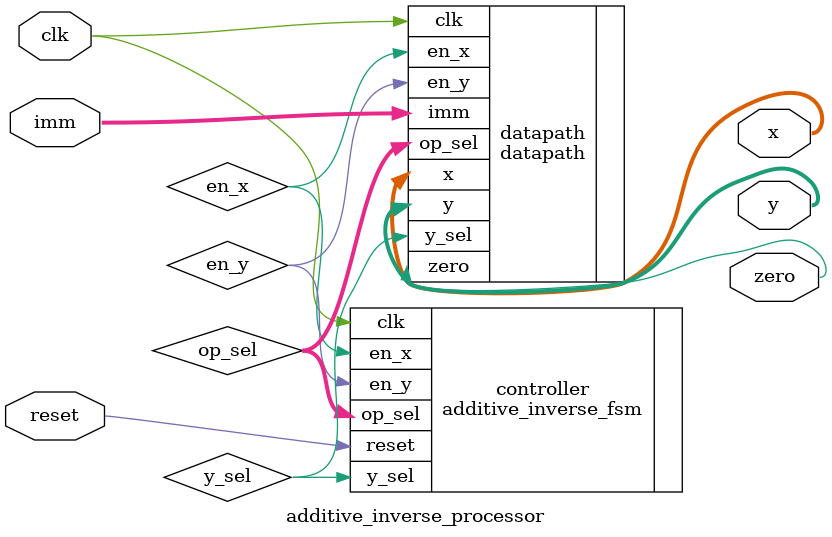
<source format=v>
module additive_inverse_processor (
   input          clk,
   input          reset,
   input    [3:0] imm,
   output   [3:0] x,
   output   [3:0] y,
   output         zero
   );

   wire    [1:0] op_sel;
   wire          en_x;
   wire          en_y;
   wire          y_sel;
   
   datapath datapath (
      .clk        (clk),
      .imm        (imm),
      .op_sel     (op_sel),
      .en_x       (en_x),
      .en_y       (en_y),
      .y_sel      (y_sel),
      .x          (x),
      .y          (y),
      .zero       (zero)
   );
   
   additive_inverse_fsm controller (
      .clk        (clk),
      .reset      (reset),
      .op_sel     (op_sel),
      .en_x       (en_x),
      .en_y       (en_y),
      .y_sel      (y_sel)
   );
   
endmodule

</source>
